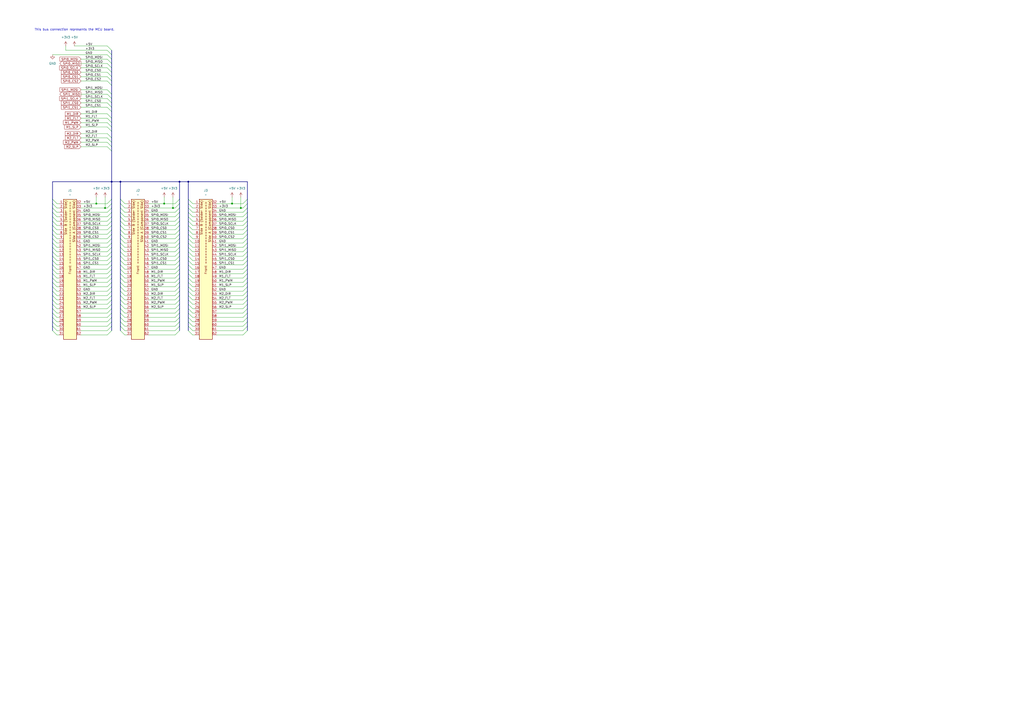
<source format=kicad_sch>
(kicad_sch (version 20250114) (generator "eeschema") (generator_version "9.0")
  (paper "A2")
  (title_block (title "Electrical Box Backplane") (date "2025-07-09") (rev "0") (company "Utah Student Robotics") (comment 1 "Vincent Banh"))
  (lib_symbols
    (symbol "USR:62_PIN_EDGE_ISA"
      (property "Reference" "J" (at 0 0.254 0))
      (symbol "62_PIN_EDGE_ISA_0_1"
        (rectangle (start -3.81 -3.81) (end 3.81 -85.09) (stroke (width 0.254)) (fill (type background)))
      )
      (symbol "62_PIN_EDGE_ISA_1_1"
        (text "Side B (Solder Side)" (at -2.54 -4.318 900) (effects (font (size 1.27 1.27)) (justify right)))
        (text "Front ======================>" (at 0 -5.08 900) (effects (font (size 1.27 1.27)) (justify right)))
        (text "Side A (Component Side)" (at 2.286 -4.318 900) (effects (font (size 1.27 1.27)) (justify right)))
        (pin passive line (at -6.35 -6.35 0) (length 2.54) (name "") (number "1"))
        (pin passive line (at -6.35 -8.89 0) (length 2.54) (name "") (number "2"))
        (pin passive line (at -6.35 -11.43 0) (length 2.54) (name "") (number "3"))
        (pin passive line (at -6.35 -13.97 0) (length 2.54) (name "") (number "4"))
        (pin passive line (at -6.35 -16.51 0) (length 2.54) (name "") (number "5"))
        (pin passive line (at -6.35 -19.05 0) (length 2.54) (name "") (number "6"))
        (pin passive line (at -6.35 -21.59 0) (length 2.54) (name "") (number "7"))
        (pin passive line (at -6.35 -24.13 0) (length 2.54) (name "") (number "8"))
        (pin passive line (at -6.35 -26.67 0) (length 2.54) (name "") (number "9"))
        (pin passive line (at -6.35 -29.21 0) (length 2.54) (name "") (number "10"))
        (pin passive line (at -6.35 -31.75 0) (length 2.54) (name "") (number "11"))
        (pin passive line (at -6.35 -34.29 0) (length 2.54) (name "") (number "12"))
        (pin passive line (at -6.35 -36.83 0) (length 2.54) (name "") (number "13"))
        (pin passive line (at -6.35 -39.37 0) (length 2.54) (name "") (number "14"))
        (pin passive line (at -6.35 -41.91 0) (length 2.54) (name "") (number "15"))
        (pin passive line (at -6.35 -44.45 0) (length 2.54) (name "") (number "16"))
        (pin passive line (at -6.35 -46.99 0) (length 2.54) (name "") (number "17"))
        (pin passive line (at -6.35 -49.53 0) (length 2.54) (name "") (number "18"))
        (pin passive line (at -6.35 -52.07 0) (length 2.54) (name "") (number "19"))
        (pin passive line (at -6.35 -54.61 0) (length 2.54) (name "") (number "20"))
        (pin passive line (at -6.35 -57.15 0) (length 2.54) (name "") (number "21"))
        (pin passive line (at -6.35 -59.69 0) (length 2.54) (name "") (number "22"))
        (pin passive line (at -6.35 -62.23 0) (length 2.54) (name "") (number "23"))
        (pin passive line (at -6.35 -64.77 0) (length 2.54) (name "") (number "24"))
        (pin passive line (at -6.35 -67.31 0) (length 2.54) (name "") (number "25"))
        (pin passive line (at -6.35 -69.85 0) (length 2.54) (name "") (number "26"))
        (pin passive line (at -6.35 -72.39 0) (length 2.54) (name "") (number "27"))
        (pin passive line (at -6.35 -74.93 0) (length 2.54) (name "") (number "28"))
        (pin passive line (at -6.35 -77.47 0) (length 2.54) (name "") (number "29"))
        (pin passive line (at -6.35 -80.01 0) (length 2.54) (name "") (number "30"))
        (pin passive line (at -6.35 -82.55 0) (length 2.54) (name "") (number "31"))
        (pin passive line (at 6.35 -6.35 180) (length 2.54) (name "") (number "32"))
        (pin passive line (at 6.35 -8.89 180) (length 2.54) (name "") (number "33"))
        (pin passive line (at 6.35 -11.43 180) (length 2.54) (name "") (number "34"))
        (pin passive line (at 6.35 -13.97 180) (length 2.54) (name "") (number "35"))
        (pin passive line (at 6.35 -16.51 180) (length 2.54) (name "") (number "36"))
        (pin passive line (at 6.35 -19.05 180) (length 2.54) (name "") (number "37"))
        (pin passive line (at 6.35 -21.59 180) (length 2.54) (name "") (number "38"))
        (pin passive line (at 6.35 -24.13 180) (length 2.54) (name "") (number "39"))
        (pin passive line (at 6.35 -26.67 180) (length 2.54) (name "") (number "40"))
        (pin passive line (at 6.35 -29.21 180) (length 2.54) (name "") (number "41"))
        (pin passive line (at 6.35 -31.75 180) (length 2.54) (name "") (number "42"))
        (pin passive line (at 6.35 -34.29 180) (length 2.54) (name "") (number "43"))
        (pin passive line (at 6.35 -36.83 180) (length 2.54) (name "") (number "44"))
        (pin passive line (at 6.35 -39.37 180) (length 2.54) (name "") (number "45"))
        (pin passive line (at 6.35 -41.91 180) (length 2.54) (name "") (number "46"))
        (pin passive line (at 6.35 -44.45 180) (length 2.54) (name "") (number "47"))
        (pin passive line (at 6.35 -46.99 180) (length 2.54) (name "") (number "48"))
        (pin passive line (at 6.35 -49.53 180) (length 2.54) (name "") (number "49"))
        (pin passive line (at 6.35 -52.07 180) (length 2.54) (name "") (number "50"))
        (pin passive line (at 6.35 -54.61 180) (length 2.54) (name "") (number "51"))
        (pin passive line (at 6.35 -57.15 180) (length 2.54) (name "") (number "52"))
        (pin passive line (at 6.35 -59.69 180) (length 2.54) (name "") (number "53"))
        (pin passive line (at 6.35 -62.23 180) (length 2.54) (name "") (number "54"))
        (pin passive line (at 6.35 -64.77 180) (length 2.54) (name "") (number "55"))
        (pin passive line (at 6.35 -67.31 180) (length 2.54) (name "") (number "56"))
        (pin passive line (at 6.35 -69.85 180) (length 2.54) (name "") (number "57"))
        (pin passive line (at 6.35 -72.39 180) (length 2.54) (name "") (number "58"))
        (pin passive line (at 6.35 -74.93 180) (length 2.54) (name "") (number "59"))
        (pin passive line (at 6.35 -77.47 180) (length 2.54) (name "") (number "60"))
        (pin passive line (at 6.35 -80.01 180) (length 2.54) (name "") (number "61"))
        (pin passive line (at 6.35 -82.55 180) (length 2.54) (name "") (number "62"))
      )
    )
    (symbol "power:+3V3" (power) (pin_numbers (hide yes)) (pin_names (offset 0) (hide yes))
      (property "Value" "+3V3" (at 0 3.556 0))
      (symbol "+3V3_0_1"
        (polyline (pts (xy -0.762 1.27) (xy 0 2.54)))
        (polyline (pts (xy 0 2.54) (xy 0.762 1.27)))
        (polyline (pts (xy 0 0) (xy 0 2.54)))
      )
      (symbol "+3V3_1_1"
        (pin power_in line (at 0 0 90) (length 0) (name "~") (number "1"))
      )
    )
    (symbol "power:+5V" (power) (pin_numbers (hide yes)) (pin_names (offset 0) (hide yes))
      (property "Value" "+5V" (at 0 3.556 0))
      (symbol "+5V_0_1"
        (polyline (pts (xy -0.762 1.27) (xy 0 2.54)))
        (polyline (pts (xy 0 2.54) (xy 0.762 1.27)))
        (polyline (pts (xy 0 0) (xy 0 2.54)))
      )
      (symbol "+5V_1_1"
        (pin power_in line (at 0 0 90) (length 0) (name "~") (number "1"))
      )
    )
    (symbol "power:GND" (power) (pin_numbers (hide yes)) (pin_names (offset 0) (hide yes))
      (property "Value" "GND" (at 0 -3.81 0))
      (symbol "GND_0_1"
        (polyline (pts (xy 0 0) (xy 0 -1.27) (xy 1.27 -1.27) (xy 0 -2.54) (xy -1.27 -1.27) (xy 0 -1.27)))
      )
      (symbol "GND_1_1"
        (pin power_in line (at 0 0 270) (length 0) (name "~") (number "1"))
      )
    )
  )
  (text "This bus connection represents the MCU board." (at 43.18 17.272 0) (effects (font (size 1.27 1.27))))
  (junction (at 100.33 120.65))
  (junction (at 109.22 105.41))
  (junction (at 60.96 120.65))
  (junction (at 64.77 105.41))
  (junction (at 104.14 105.41))
  (junction (at 55.88 118.11))
  (junction (at 69.85 105.41))
  (junction (at 134.62 118.11))
  (junction (at 95.25 118.11))
  (junction (at 139.7 120.65))
  (bus_entry (at 69.85 128.27) (size 2.54 2.54))
  (bus_entry (at 143.51 120.65) (size -2.54 2.54))
  (bus_entry (at 69.85 120.65) (size 2.54 2.54))
  (bus_entry (at 64.77 184.15) (size -2.54 2.54))
  (bus_entry (at 104.14 140.97) (size -2.54 2.54))
  (bus_entry (at 64.77 146.05) (size -2.54 2.54))
  (bus_entry (at 30.48 118.11) (size 2.54 2.54))
  (bus_entry (at 69.85 156.21) (size 2.54 2.54))
  (bus_entry (at 62.23 31.75) (size 2.54 2.54))
  (bus_entry (at 69.85 138.43) (size 2.54 2.54))
  (bus_entry (at 64.77 153.67) (size -2.54 2.54))
  (bus_entry (at 30.48 166.37) (size 2.54 2.54))
  (bus_entry (at 109.22 123.19) (size 2.54 2.54))
  (bus_entry (at 62.23 34.29) (size 2.54 2.54))
  (bus_entry (at 62.23 41.91) (size 2.54 2.54))
  (bus_entry (at 69.85 153.67) (size 2.54 2.54))
  (bus_entry (at 64.77 143.51) (size -2.54 2.54))
  (bus_entry (at 109.22 148.59) (size 2.54 2.54))
  (bus_entry (at 109.22 181.61) (size 2.54 2.54))
  (bus_entry (at 104.14 191.77) (size -2.54 2.54))
  (bus_entry (at 104.14 173.99) (size -2.54 2.54))
  (bus_entry (at 62.23 44.45) (size 2.54 2.54))
  (bus_entry (at 30.48 163.83) (size 2.54 2.54))
  (bus_entry (at 30.48 130.81) (size 2.54 2.54))
  (bus_entry (at 69.85 181.61) (size 2.54 2.54))
  (bus_entry (at 109.22 163.83) (size 2.54 2.54))
  (bus_entry (at 64.77 130.81) (size -2.54 2.54))
  (bus_entry (at 104.14 123.19) (size -2.54 2.54))
  (bus_entry (at 104.14 179.07) (size -2.54 2.54))
  (bus_entry (at 109.22 140.97) (size 2.54 2.54))
  (bus_entry (at 69.85 161.29) (size 2.54 2.54))
  (bus_entry (at 109.22 168.91) (size 2.54 2.54))
  (bus_entry (at 104.14 163.83) (size -2.54 2.54))
  (bus_entry (at 109.22 146.05) (size 2.54 2.54))
  (bus_entry (at 62.23 68.58) (size 2.54 2.54))
  (bus_entry (at 30.48 168.91) (size 2.54 2.54))
  (bus_entry (at 30.48 158.75) (size 2.54 2.54))
  (bus_entry (at 143.51 143.51) (size -2.54 2.54))
  (bus_entry (at 69.85 115.57) (size 2.54 2.54))
  (bus_entry (at 109.22 118.11) (size 2.54 2.54))
  (bus_entry (at 64.77 163.83) (size -2.54 2.54))
  (bus_entry (at 30.48 148.59) (size 2.54 2.54))
  (bus_entry (at 64.77 148.59) (size -2.54 2.54))
  (bus_entry (at 30.48 138.43) (size 2.54 2.54))
  (bus_entry (at 69.85 130.81) (size 2.54 2.54))
  (bus_entry (at 30.48 173.99) (size 2.54 2.54))
  (bus_entry (at 109.22 189.23) (size 2.54 2.54))
  (bus_entry (at 143.51 161.29) (size -2.54 2.54))
  (bus_entry (at 143.51 179.07) (size -2.54 2.54))
  (bus_entry (at 104.14 151.13) (size -2.54 2.54))
  (bus_entry (at 30.48 189.23) (size 2.54 2.54))
  (bus_entry (at 30.48 184.15) (size 2.54 2.54))
  (bus_entry (at 104.14 181.61) (size -2.54 2.54))
  (bus_entry (at 104.14 161.29) (size -2.54 2.54))
  (bus_entry (at 69.85 143.51) (size 2.54 2.54))
  (bus_entry (at 62.23 77.47) (size 2.54 2.54))
  (bus_entry (at 109.22 184.15) (size 2.54 2.54))
  (bus_entry (at 62.23 82.55) (size 2.54 2.54))
  (bus_entry (at 64.77 125.73) (size -2.54 2.54))
  (bus_entry (at 109.22 176.53) (size 2.54 2.54))
  (bus_entry (at 104.14 166.37) (size -2.54 2.54))
  (bus_entry (at 64.77 166.37) (size -2.54 2.54))
  (bus_entry (at 64.77 128.27) (size -2.54 2.54))
  (bus_entry (at 64.77 133.35) (size -2.54 2.54))
  (bus_entry (at 64.77 118.11) (size -2.54 2.54))
  (bus_entry (at 143.51 171.45) (size -2.54 2.54))
  (bus_entry (at 30.48 161.29) (size 2.54 2.54))
  (bus_entry (at 62.23 71.12) (size 2.54 2.54))
  (bus_entry (at 143.51 128.27) (size -2.54 2.54))
  (bus_entry (at 69.85 148.59) (size 2.54 2.54))
  (bus_entry (at 109.22 186.69) (size 2.54 2.54))
  (bus_entry (at 143.51 181.61) (size -2.54 2.54))
  (bus_entry (at 69.85 163.83) (size 2.54 2.54))
  (bus_entry (at 30.48 181.61) (size 2.54 2.54))
  (bus_entry (at 109.22 191.77) (size 2.54 2.54))
  (bus_entry (at 64.77 191.77) (size -2.54 2.54))
  (bus_entry (at 104.14 146.05) (size -2.54 2.54))
  (bus_entry (at 62.23 59.69) (size 2.54 2.54))
  (bus_entry (at 109.22 130.81) (size 2.54 2.54))
  (bus_entry (at 62.23 26.67) (size 2.54 2.54))
  (bus_entry (at 62.23 52.07) (size 2.54 2.54))
  (bus_entry (at 69.85 146.05) (size 2.54 2.54))
  (bus_entry (at 30.48 123.19) (size 2.54 2.54))
  (bus_entry (at 30.48 176.53) (size 2.54 2.54))
  (bus_entry (at 62.23 54.61) (size 2.54 2.54))
  (bus_entry (at 30.48 191.77) (size 2.54 2.54))
  (bus_entry (at 104.14 143.51) (size -2.54 2.54))
  (bus_entry (at 62.23 80.01) (size 2.54 2.54))
  (bus_entry (at 104.14 156.21) (size -2.54 2.54))
  (bus_entry (at 62.23 62.23) (size 2.54 2.54))
  (bus_entry (at 143.51 151.13) (size -2.54 2.54))
  (bus_entry (at 109.22 173.99) (size 2.54 2.54))
  (bus_entry (at 64.77 120.65) (size -2.54 2.54))
  (bus_entry (at 143.51 135.89) (size -2.54 2.54))
  (bus_entry (at 109.22 138.43) (size 2.54 2.54))
  (bus_entry (at 109.22 166.37) (size 2.54 2.54))
  (bus_entry (at 143.51 184.15) (size -2.54 2.54))
  (bus_entry (at 62.23 46.99) (size 2.54 2.54))
  (bus_entry (at 143.51 168.91) (size -2.54 2.54))
  (bus_entry (at 64.77 186.69) (size -2.54 2.54))
  (bus_entry (at 69.85 173.99) (size 2.54 2.54))
  (bus_entry (at 69.85 186.69) (size 2.54 2.54))
  (bus_entry (at 69.85 123.19) (size 2.54 2.54))
  (bus_entry (at 64.77 179.07) (size -2.54 2.54))
  (bus_entry (at 69.85 118.11) (size 2.54 2.54))
  (bus_entry (at 69.85 133.35) (size 2.54 2.54))
  (bus_entry (at 64.77 140.97) (size -2.54 2.54))
  (bus_entry (at 62.23 85.09) (size 2.54 2.54))
  (bus_entry (at 69.85 135.89) (size 2.54 2.54))
  (bus_entry (at 30.48 128.27) (size 2.54 2.54))
  (bus_entry (at 104.14 184.15) (size -2.54 2.54))
  (bus_entry (at 109.22 151.13) (size 2.54 2.54))
  (bus_entry (at 143.51 138.43) (size -2.54 2.54))
  (bus_entry (at 143.51 186.69) (size -2.54 2.54))
  (bus_entry (at 64.77 135.89) (size -2.54 2.54))
  (bus_entry (at 30.48 153.67) (size 2.54 2.54))
  (bus_entry (at 143.51 173.99) (size -2.54 2.54))
  (bus_entry (at 64.77 168.91) (size -2.54 2.54))
  (bus_entry (at 143.51 153.67) (size -2.54 2.54))
  (bus_entry (at 143.51 176.53) (size -2.54 2.54))
  (bus_entry (at 104.14 153.67) (size -2.54 2.54))
  (bus_entry (at 104.14 125.73) (size -2.54 2.54))
  (bus_entry (at 62.23 57.15) (size 2.54 2.54))
  (bus_entry (at 104.14 130.81) (size -2.54 2.54))
  (bus_entry (at 30.48 115.57) (size 2.54 2.54))
  (bus_entry (at 143.51 118.11) (size -2.54 2.54))
  (bus_entry (at 104.14 128.27) (size -2.54 2.54))
  (bus_entry (at 30.48 171.45) (size 2.54 2.54))
  (bus_entry (at 143.51 130.81) (size -2.54 2.54))
  (bus_entry (at 109.22 115.57) (size 2.54 2.54))
  (bus_entry (at 64.77 158.75) (size -2.54 2.54))
  (bus_entry (at 104.14 120.65) (size -2.54 2.54))
  (bus_entry (at 143.51 140.97) (size -2.54 2.54))
  (bus_entry (at 143.51 189.23) (size -2.54 2.54))
  (bus_entry (at 143.51 163.83) (size -2.54 2.54))
  (bus_entry (at 69.85 158.75) (size 2.54 2.54))
  (bus_entry (at 69.85 125.73) (size 2.54 2.54))
  (bus_entry (at 104.14 189.23) (size -2.54 2.54))
  (bus_entry (at 69.85 151.13) (size 2.54 2.54))
  (bus_entry (at 64.77 156.21) (size -2.54 2.54))
  (bus_entry (at 109.22 171.45) (size 2.54 2.54))
  (bus_entry (at 64.77 171.45) (size -2.54 2.54))
  (bus_entry (at 69.85 179.07) (size 2.54 2.54))
  (bus_entry (at 109.22 156.21) (size 2.54 2.54))
  (bus_entry (at 64.77 189.23) (size -2.54 2.54))
  (bus_entry (at 109.22 128.27) (size 2.54 2.54))
  (bus_entry (at 69.85 166.37) (size 2.54 2.54))
  (bus_entry (at 30.48 156.21) (size 2.54 2.54))
  (bus_entry (at 143.51 123.19) (size -2.54 2.54))
  (bus_entry (at 143.51 166.37) (size -2.54 2.54))
  (bus_entry (at 62.23 29.21) (size 2.54 2.54))
  (bus_entry (at 30.48 151.13) (size 2.54 2.54))
  (bus_entry (at 30.48 179.07) (size 2.54 2.54))
  (bus_entry (at 62.23 66.04) (size 2.54 2.54))
  (bus_entry (at 62.23 36.83) (size 2.54 2.54))
  (bus_entry (at 64.77 123.19) (size -2.54 2.54))
  (bus_entry (at 109.22 143.51) (size 2.54 2.54))
  (bus_entry (at 104.14 118.11) (size -2.54 2.54))
  (bus_entry (at 143.51 156.21) (size -2.54 2.54))
  (bus_entry (at 109.22 135.89) (size 2.54 2.54))
  (bus_entry (at 69.85 140.97) (size 2.54 2.54))
  (bus_entry (at 143.51 125.73) (size -2.54 2.54))
  (bus_entry (at 69.85 191.77) (size 2.54 2.54))
  (bus_entry (at 64.77 151.13) (size -2.54 2.54))
  (bus_entry (at 64.77 181.61) (size -2.54 2.54))
  (bus_entry (at 30.48 143.51) (size 2.54 2.54))
  (bus_entry (at 64.77 161.29) (size -2.54 2.54))
  (bus_entry (at 109.22 133.35) (size 2.54 2.54))
  (bus_entry (at 64.77 173.99) (size -2.54 2.54))
  (bus_entry (at 69.85 168.91) (size 2.54 2.54))
  (bus_entry (at 104.14 135.89) (size -2.54 2.54))
  (bus_entry (at 30.48 146.05) (size 2.54 2.54))
  (bus_entry (at 109.22 161.29) (size 2.54 2.54))
  (bus_entry (at 104.14 158.75) (size -2.54 2.54))
  (bus_entry (at 143.51 148.59) (size -2.54 2.54))
  (bus_entry (at 30.48 120.65) (size 2.54 2.54))
  (bus_entry (at 109.22 179.07) (size 2.54 2.54))
  (bus_entry (at 104.14 186.69) (size -2.54 2.54))
  (bus_entry (at 109.22 120.65) (size 2.54 2.54))
  (bus_entry (at 69.85 176.53) (size 2.54 2.54))
  (bus_entry (at 104.14 148.59) (size -2.54 2.54))
  (bus_entry (at 30.48 140.97) (size 2.54 2.54))
  (bus_entry (at 104.14 176.53) (size -2.54 2.54))
  (bus_entry (at 64.77 115.57) (size -2.54 2.54))
  (bus_entry (at 30.48 186.69) (size 2.54 2.54))
  (bus_entry (at 143.51 146.05) (size -2.54 2.54))
  (bus_entry (at 69.85 171.45) (size 2.54 2.54))
  (bus_entry (at 62.23 73.66) (size 2.54 2.54))
  (bus_entry (at 69.85 189.23) (size 2.54 2.54))
  (bus_entry (at 104.14 171.45) (size -2.54 2.54))
  (bus_entry (at 30.48 135.89) (size 2.54 2.54))
  (bus_entry (at 64.77 138.43) (size -2.54 2.54))
  (bus_entry (at 143.51 191.77) (size -2.54 2.54))
  (bus_entry (at 64.77 176.53) (size -2.54 2.54))
  (bus_entry (at 109.22 158.75) (size 2.54 2.54))
  (bus_entry (at 104.14 168.91) (size -2.54 2.54))
  (bus_entry (at 109.22 153.67) (size 2.54 2.54))
  (bus_entry (at 104.14 138.43) (size -2.54 2.54))
  (bus_entry (at 143.51 158.75) (size -2.54 2.54))
  (bus_entry (at 143.51 115.57) (size -2.54 2.54))
  (bus_entry (at 143.51 133.35) (size -2.54 2.54))
  (bus_entry (at 30.48 133.35) (size 2.54 2.54))
  (bus_entry (at 104.14 115.57) (size -2.54 2.54))
  (bus_entry (at 62.23 39.37) (size 2.54 2.54))
  (bus_entry (at 109.22 125.73) (size 2.54 2.54))
  (bus_entry (at 69.85 184.15) (size 2.54 2.54))
  (bus_entry (at 104.14 133.35) (size -2.54 2.54))
  (bus_entry (at 30.48 125.73) (size 2.54 2.54))
  (wire (pts (xy 101.6 153.67) (xy 86.36 153.67)))
  (bus (pts (xy 30.48 148.59) (xy 30.48 146.05)))
  (bus (pts (xy 64.77 148.59) (xy 64.77 151.13)))
  (wire (pts (xy 111.76 128.27) (xy 113.03 128.27)))
  (wire (pts (xy 46.99 44.45) (xy 62.23 44.45)))
  (wire (pts (xy 140.97 151.13) (xy 125.73 151.13)))
  (wire (pts (xy 140.97 184.15) (xy 125.73 184.15)))
  (bus (pts (xy 143.51 184.15) (xy 143.51 186.69)))
  (bus (pts (xy 64.77 59.69) (xy 64.77 62.23)))
  (wire (pts (xy 140.97 186.69) (xy 125.73 186.69)))
  (bus (pts (xy 109.22 135.89) (xy 109.22 133.35)))
  (bus (pts (xy 143.51 105.41) (xy 143.51 115.57)))
  (bus (pts (xy 104.14 105.41) (xy 104.14 115.57)))
  (bus (pts (xy 30.48 189.23) (xy 30.48 186.69)))
  (bus (pts (xy 109.22 148.59) (xy 109.22 146.05)))
  (bus (pts (xy 69.85 158.75) (xy 69.85 156.21)))
  (wire (pts (xy 111.76 151.13) (xy 113.03 151.13)))
  (wire (pts (xy 111.76 140.97) (xy 113.03 140.97)))
  (wire (pts (xy 140.97 125.73) (xy 125.73 125.73)))
  (wire (pts (xy 101.6 176.53) (xy 86.36 176.53)))
  (bus (pts (xy 64.77 135.89) (xy 64.77 138.43)))
  (bus (pts (xy 143.51 173.99) (xy 143.51 176.53)))
  (bus (pts (xy 143.51 128.27) (xy 143.51 130.81)))
  (bus (pts (xy 64.77 173.99) (xy 64.77 176.53)))
  (bus (pts (xy 69.85 179.07) (xy 69.85 176.53)))
  (wire (pts (xy 46.99 82.55) (xy 62.23 82.55)))
  (wire (pts (xy 111.76 138.43) (xy 113.03 138.43)))
  (bus (pts (xy 64.77 31.75) (xy 64.77 34.29)))
  (wire (pts (xy 62.23 166.37) (xy 46.99 166.37)))
  (bus (pts (xy 64.77 176.53) (xy 64.77 179.07)))
  (wire (pts (xy 62.23 146.05) (xy 46.99 146.05)))
  (wire (pts (xy 33.02 186.69) (xy 34.29 186.69)))
  (bus (pts (xy 30.48 125.73) (xy 30.48 123.19)))
  (wire (pts (xy 101.6 128.27) (xy 86.36 128.27)))
  (wire (pts (xy 62.23 130.81) (xy 46.99 130.81)))
  (wire (pts (xy 46.99 80.01) (xy 62.23 80.01)))
  (bus (pts (xy 30.48 140.97) (xy 30.48 138.43)))
  (wire (pts (xy 62.23 168.91) (xy 46.99 168.91)))
  (bus (pts (xy 143.51 138.43) (xy 143.51 140.97)))
  (wire (pts (xy 95.25 118.11) (xy 101.6 118.11)))
  (bus (pts (xy 109.22 120.65) (xy 109.22 118.11)))
  (wire (pts (xy 62.23 161.29) (xy 46.99 161.29)))
  (bus (pts (xy 69.85 118.11) (xy 69.85 115.57)))
  (bus (pts (xy 104.14 118.11) (xy 104.14 120.65)))
  (wire (pts (xy 62.23 158.75) (xy 46.99 158.75)))
  (wire (pts (xy 62.23 163.83) (xy 46.99 163.83)))
  (bus (pts (xy 69.85 176.53) (xy 69.85 173.99)))
  (wire (pts (xy 62.23 171.45) (xy 46.99 171.45)))
  (wire (pts (xy 46.99 54.61) (xy 62.23 54.61)))
  (wire (pts (xy 46.99 77.47) (xy 62.23 77.47)))
  (bus (pts (xy 104.14 105.41) (xy 109.22 105.41)))
  (bus (pts (xy 109.22 156.21) (xy 109.22 153.67)))
  (wire (pts (xy 111.76 153.67) (xy 113.03 153.67)))
  (wire (pts (xy 38.1 29.21) (xy 62.23 29.21)))
  (wire (pts (xy 140.97 153.67) (xy 125.73 153.67)))
  (wire (pts (xy 72.39 140.97) (xy 73.66 140.97)))
  (bus (pts (xy 143.51 143.51) (xy 143.51 146.05)))
  (bus (pts (xy 64.77 166.37) (xy 64.77 168.91)))
  (wire (pts (xy 101.6 140.97) (xy 86.36 140.97)))
  (bus (pts (xy 30.48 120.65) (xy 30.48 118.11)))
  (wire (pts (xy 72.39 138.43) (xy 73.66 138.43)))
  (bus (pts (xy 143.51 135.89) (xy 143.51 138.43)))
  (wire (pts (xy 46.99 41.91) (xy 62.23 41.91)))
  (wire (pts (xy 140.97 194.31) (xy 125.73 194.31)))
  (bus (pts (xy 143.51 123.19) (xy 143.51 125.73)))
  (wire (pts (xy 46.99 34.29) (xy 62.23 34.29)))
  (bus (pts (xy 64.77 105.41) (xy 64.77 115.57)))
  (bus (pts (xy 69.85 156.21) (xy 69.85 153.67)))
  (bus (pts (xy 143.51 151.13) (xy 143.51 153.67)))
  (bus (pts (xy 64.77 153.67) (xy 64.77 156.21)))
  (bus (pts (xy 69.85 133.35) (xy 69.85 130.81)))
  (wire (pts (xy 140.97 179.07) (xy 125.73 179.07)))
  (bus (pts (xy 69.85 123.19) (xy 69.85 120.65)))
  (bus (pts (xy 109.22 168.91) (xy 109.22 166.37)))
  (wire (pts (xy 33.02 135.89) (xy 34.29 135.89)))
  (wire (pts (xy 111.76 176.53) (xy 113.03 176.53)))
  (wire (pts (xy 62.23 128.27) (xy 46.99 128.27)))
  (wire (pts (xy 62.23 140.97) (xy 46.99 140.97)))
  (wire (pts (xy 100.33 120.65) (xy 86.36 120.65)))
  (wire (pts (xy 33.02 166.37) (xy 34.29 166.37)))
  (wire (pts (xy 33.02 184.15) (xy 34.29 184.15)))
  (bus (pts (xy 30.48 133.35) (xy 30.48 130.81)))
  (bus (pts (xy 30.48 128.27) (xy 30.48 125.73)))
  (wire (pts (xy 46.99 85.09) (xy 62.23 85.09)))
  (bus (pts (xy 104.14 179.07) (xy 104.14 181.61)))
  (wire (pts (xy 72.39 153.67) (xy 73.66 153.67)))
  (wire (pts (xy 140.97 171.45) (xy 125.73 171.45)))
  (bus (pts (xy 104.14 186.69) (xy 104.14 189.23)))
  (bus (pts (xy 64.77 64.77) (xy 64.77 68.58)))
  (wire (pts (xy 140.97 158.75) (xy 125.73 158.75)))
  (bus (pts (xy 64.77 184.15) (xy 64.77 186.69)))
  (bus (pts (xy 64.77 54.61) (xy 64.77 57.15)))
  (wire (pts (xy 72.39 171.45) (xy 73.66 171.45)))
  (wire (pts (xy 139.7 114.3) (xy 139.7 120.65)))
  (wire (pts (xy 62.23 194.31) (xy 46.99 194.31)))
  (wire (pts (xy 140.97 176.53) (xy 125.73 176.53)))
  (wire (pts (xy 72.39 128.27) (xy 73.66 128.27)))
  (wire (pts (xy 46.99 36.83) (xy 62.23 36.83)))
  (wire (pts (xy 72.39 173.99) (xy 73.66 173.99)))
  (wire (pts (xy 111.76 184.15) (xy 113.03 184.15)))
  (wire (pts (xy 101.6 191.77) (xy 86.36 191.77)))
  (wire (pts (xy 140.97 120.65) (xy 139.7 120.65)))
  (wire (pts (xy 46.99 59.69) (xy 62.23 59.69)))
  (wire (pts (xy 62.23 125.73) (xy 46.99 125.73)))
  (bus (pts (xy 104.14 133.35) (xy 104.14 135.89)))
  (bus (pts (xy 64.77 80.01) (xy 64.77 82.55)))
  (bus (pts (xy 104.14 140.97) (xy 104.14 143.51)))
  (bus (pts (xy 30.48 166.37) (xy 30.48 163.83)))
  (wire (pts (xy 101.6 158.75) (xy 86.36 158.75)))
  (bus (pts (xy 64.77 44.45) (xy 64.77 46.99)))
  (bus (pts (xy 64.77 85.09) (xy 64.77 87.63)))
  (bus (pts (xy 109.22 138.43) (xy 109.22 135.89)))
  (bus (pts (xy 109.22 191.77) (xy 109.22 189.23)))
  (bus (pts (xy 109.22 163.83) (xy 109.22 161.29)))
  (bus (pts (xy 69.85 163.83) (xy 69.85 161.29)))
  (wire (pts (xy 72.39 158.75) (xy 73.66 158.75)))
  (bus (pts (xy 104.14 151.13) (xy 104.14 153.67)))
  (wire (pts (xy 62.23 184.15) (xy 46.99 184.15)))
  (wire (pts (xy 62.23 191.77) (xy 46.99 191.77)))
  (bus (pts (xy 109.22 118.11) (xy 109.22 115.57)))
  (wire (pts (xy 140.97 173.99) (xy 125.73 173.99)))
  (wire (pts (xy 111.76 161.29) (xy 113.03 161.29)))
  (bus (pts (xy 109.22 133.35) (xy 109.22 130.81)))
  (wire (pts (xy 72.39 179.07) (xy 73.66 179.07)))
  (wire (pts (xy 62.23 133.35) (xy 46.99 133.35)))
  (bus (pts (xy 30.48 105.41) (xy 64.77 105.41)))
  (wire (pts (xy 72.39 176.53) (xy 73.66 176.53)))
  (bus (pts (xy 104.14 161.29) (xy 104.14 163.83)))
  (bus (pts (xy 64.77 168.91) (xy 64.77 171.45)))
  (bus (pts (xy 64.77 39.37) (xy 64.77 41.91)))
  (bus (pts (xy 109.22 176.53) (xy 109.22 173.99)))
  (bus (pts (xy 104.14 171.45) (xy 104.14 173.99)))
  (wire (pts (xy 111.76 123.19) (xy 113.03 123.19)))
  (wire (pts (xy 111.76 146.05) (xy 113.03 146.05)))
  (wire (pts (xy 140.97 146.05) (xy 125.73 146.05)))
  (wire (pts (xy 46.99 66.04) (xy 62.23 66.04)))
  (wire (pts (xy 72.39 191.77) (xy 73.66 191.77)))
  (wire (pts (xy 33.02 179.07) (xy 34.29 179.07)))
  (wire (pts (xy 62.23 143.51) (xy 46.99 143.51)))
  (bus (pts (xy 104.14 158.75) (xy 104.14 161.29)))
  (wire (pts (xy 46.99 181.61) (xy 62.23 181.61)))
  (wire (pts (xy 111.76 191.77) (xy 113.03 191.77)))
  (bus (pts (xy 109.22 151.13) (xy 109.22 148.59)))
  (wire (pts (xy 33.02 128.27) (xy 34.29 128.27)))
  (bus (pts (xy 104.14 146.05) (xy 104.14 148.59)))
  (wire (pts (xy 111.76 181.61) (xy 113.03 181.61)))
  (bus (pts (xy 69.85 173.99) (xy 69.85 171.45)))
  (bus (pts (xy 143.51 146.05) (xy 143.51 148.59)))
  (bus (pts (xy 104.14 115.57) (xy 104.14 118.11)))
  (wire (pts (xy 101.6 186.69) (xy 86.36 186.69)))
  (wire (pts (xy 60.96 114.3) (xy 60.96 120.65)))
  (bus (pts (xy 69.85 186.69) (xy 69.85 184.15)))
  (wire (pts (xy 46.99 52.07) (xy 62.23 52.07)))
  (bus (pts (xy 30.48 173.99) (xy 30.48 171.45)))
  (bus (pts (xy 143.51 168.91) (xy 143.51 171.45)))
  (wire (pts (xy 101.6 194.31) (xy 86.36 194.31)))
  (wire (pts (xy 101.6 161.29) (xy 86.36 161.29)))
  (bus (pts (xy 143.51 158.75) (xy 143.51 161.29)))
  (wire (pts (xy 72.39 118.11) (xy 73.66 118.11)))
  (wire (pts (xy 101.6 120.65) (xy 100.33 120.65)))
  (wire (pts (xy 72.39 148.59) (xy 73.66 148.59)))
  (bus (pts (xy 143.51 186.69) (xy 143.51 189.23)))
  (bus (pts (xy 69.85 181.61) (xy 69.85 179.07)))
  (bus (pts (xy 104.14 153.67) (xy 104.14 156.21)))
  (bus (pts (xy 30.48 168.91) (xy 30.48 166.37)))
  (wire (pts (xy 33.02 189.23) (xy 34.29 189.23)))
  (bus (pts (xy 143.51 166.37) (xy 143.51 168.91)))
  (bus (pts (xy 64.77 130.81) (xy 64.77 133.35)))
  (wire (pts (xy 55.88 114.3) (xy 55.88 118.11)))
  (wire (pts (xy 134.62 118.11) (xy 140.97 118.11)))
  (wire (pts (xy 33.02 194.31) (xy 34.29 194.31)))
  (bus (pts (xy 64.77 125.73) (xy 64.77 128.27)))
  (wire (pts (xy 101.6 133.35) (xy 86.36 133.35)))
  (bus (pts (xy 64.77 76.2) (xy 64.77 80.01)))
  (bus (pts (xy 69.85 166.37) (xy 69.85 163.83)))
  (wire (pts (xy 101.6 123.19) (xy 86.36 123.19)))
  (bus (pts (xy 30.48 115.57) (xy 30.48 105.41)))
  (wire (pts (xy 100.33 114.3) (xy 100.33 120.65)))
  (wire (pts (xy 62.23 151.13) (xy 46.99 151.13)))
  (bus (pts (xy 64.77 143.51) (xy 64.77 146.05)))
  (bus (pts (xy 109.22 171.45) (xy 109.22 168.91)))
  (bus (pts (xy 64.77 118.11) (xy 64.77 120.65)))
  (bus (pts (xy 69.85 161.29) (xy 69.85 158.75)))
  (wire (pts (xy 101.6 151.13) (xy 86.36 151.13)))
  (bus (pts (xy 64.77 171.45) (xy 64.77 173.99)))
  (wire (pts (xy 140.97 156.21) (xy 125.73 156.21)))
  (bus (pts (xy 30.48 143.51) (xy 30.48 140.97)))
  (wire (pts (xy 62.23 138.43) (xy 46.99 138.43)))
  (bus (pts (xy 143.51 115.57) (xy 143.51 118.11)))
  (bus (pts (xy 143.51 148.59) (xy 143.51 151.13)))
  (bus (pts (xy 64.77 29.21) (xy 64.77 31.75)))
  (wire (pts (xy 111.76 135.89) (xy 113.03 135.89)))
  (wire (pts (xy 101.6 135.89) (xy 86.36 135.89)))
  (bus (pts (xy 30.48 156.21) (xy 30.48 153.67)))
  (wire (pts (xy 72.39 133.35) (xy 73.66 133.35)))
  (wire (pts (xy 62.23 148.59) (xy 46.99 148.59)))
  (bus (pts (xy 109.22 143.51) (xy 109.22 140.97)))
  (bus (pts (xy 143.51 120.65) (xy 143.51 123.19)))
  (wire (pts (xy 62.23 173.99) (xy 46.99 173.99)))
  (wire (pts (xy 140.97 123.19) (xy 125.73 123.19)))
  (bus (pts (xy 109.22 181.61) (xy 109.22 179.07)))
  (wire (pts (xy 33.02 161.29) (xy 34.29 161.29)))
  (wire (pts (xy 55.88 118.11) (xy 46.99 118.11)))
  (wire (pts (xy 139.7 120.65) (xy 125.73 120.65)))
  (bus (pts (xy 104.14 135.89) (xy 104.14 138.43)))
  (bus (pts (xy 64.77 46.99) (xy 64.77 49.53)))
  (wire (pts (xy 33.02 118.11) (xy 34.29 118.11)))
  (wire (pts (xy 101.6 146.05) (xy 86.36 146.05)))
  (wire (pts (xy 111.76 130.81) (xy 113.03 130.81)))
  (wire (pts (xy 111.76 156.21) (xy 113.03 156.21)))
  (bus (pts (xy 30.48 138.43) (xy 30.48 135.89)))
  (wire (pts (xy 62.23 135.89) (xy 46.99 135.89)))
  (wire (pts (xy 101.6 168.91) (xy 86.36 168.91)))
  (bus (pts (xy 64.77 73.66) (xy 64.77 76.2)))
  (wire (pts (xy 33.02 171.45) (xy 34.29 171.45)))
  (wire (pts (xy 72.39 120.65) (xy 73.66 120.65)))
  (bus (pts (xy 64.77 36.83) (xy 64.77 39.37)))
  (wire (pts (xy 72.39 123.19) (xy 73.66 123.19)))
  (wire (pts (xy 111.76 163.83) (xy 113.03 163.83)))
  (wire (pts (xy 33.02 163.83) (xy 34.29 163.83)))
  (bus (pts (xy 143.51 189.23) (xy 143.51 191.77)))
  (wire (pts (xy 33.02 138.43) (xy 34.29 138.43)))
  (bus (pts (xy 69.85 184.15) (xy 69.85 181.61)))
  (bus (pts (xy 104.14 184.15) (xy 104.14 186.69)))
  (wire (pts (xy 72.39 186.69) (xy 73.66 186.69)))
  (bus (pts (xy 30.48 176.53) (xy 30.48 173.99)))
  (bus (pts (xy 64.77 71.12) (xy 64.77 73.66)))
  (wire (pts (xy 72.39 125.73) (xy 73.66 125.73)))
  (wire (pts (xy 111.76 148.59) (xy 113.03 148.59)))
  (wire (pts (xy 46.99 39.37) (xy 62.23 39.37)))
  (wire (pts (xy 111.76 171.45) (xy 113.03 171.45)))
  (wire (pts (xy 140.97 133.35) (xy 125.73 133.35)))
  (wire (pts (xy 134.62 118.11) (xy 125.73 118.11)))
  (bus (pts (xy 30.48 161.29) (xy 30.48 158.75)))
  (wire (pts (xy 72.39 146.05) (xy 73.66 146.05)))
  (wire (pts (xy 72.39 143.51) (xy 73.66 143.51)))
  (wire (pts (xy 140.97 191.77) (xy 125.73 191.77)))
  (bus (pts (xy 30.48 130.81) (xy 30.48 128.27)))
  (wire (pts (xy 86.36 181.61) (xy 101.6 181.61)))
  (wire (pts (xy 62.23 120.65) (xy 60.96 120.65)))
  (bus (pts (xy 64.77 34.29) (xy 64.77 36.83)))
  (bus (pts (xy 143.51 133.35) (xy 143.51 135.89)))
  (wire (pts (xy 111.76 168.91) (xy 113.03 168.91)))
  (bus (pts (xy 104.14 156.21) (xy 104.14 158.75)))
  (wire (pts (xy 140.97 166.37) (xy 125.73 166.37)))
  (bus (pts (xy 64.77 115.57) (xy 64.77 118.11)))
  (bus (pts (xy 64.77 49.53) (xy 64.77 54.61)))
  (bus (pts (xy 69.85 168.91) (xy 69.85 166.37)))
  (bus (pts (xy 64.77 57.15) (xy 64.77 59.69)))
  (bus (pts (xy 109.22 158.75) (xy 109.22 156.21)))
  (wire (pts (xy 33.02 148.59) (xy 34.29 148.59)))
  (wire (pts (xy 140.97 189.23) (xy 125.73 189.23)))
  (bus (pts (xy 64.77 87.63) (xy 64.77 105.41)))
  (wire (pts (xy 72.39 194.31) (xy 73.66 194.31)))
  (bus (pts (xy 104.14 143.51) (xy 104.14 146.05)))
  (bus (pts (xy 69.85 191.77) (xy 69.85 189.23)))
  (bus (pts (xy 104.14 166.37) (xy 104.14 168.91)))
  (bus (pts (xy 64.77 123.19) (xy 64.77 125.73)))
  (bus (pts (xy 64.77 161.29) (xy 64.77 163.83)))
  (wire (pts (xy 62.23 186.69) (xy 46.99 186.69)))
  (bus (pts (xy 104.14 138.43) (xy 104.14 140.97)))
  (wire (pts (xy 33.02 125.73) (xy 34.29 125.73)))
  (wire (pts (xy 43.18 26.67) (xy 62.23 26.67)))
  (wire (pts (xy 101.6 189.23) (xy 86.36 189.23)))
  (wire (pts (xy 46.99 62.23) (xy 62.23 62.23)))
  (bus (pts (xy 109.22 128.27) (xy 109.22 125.73)))
  (wire (pts (xy 62.23 153.67) (xy 46.99 153.67)))
  (wire (pts (xy 72.39 168.91) (xy 73.66 168.91)))
  (bus (pts (xy 69.85 153.67) (xy 69.85 151.13)))
  (wire (pts (xy 60.96 120.65) (xy 46.99 120.65)))
  (wire (pts (xy 101.6 166.37) (xy 86.36 166.37)))
  (wire (pts (xy 101.6 130.81) (xy 86.36 130.81)))
  (bus (pts (xy 109.22 105.41) (xy 143.51 105.41)))
  (bus (pts (xy 69.85 125.73) (xy 69.85 123.19)))
  (bus (pts (xy 64.77 82.55) (xy 64.77 85.09)))
  (wire (pts (xy 33.02 151.13) (xy 34.29 151.13)))
  (wire (pts (xy 62.23 179.07) (xy 46.99 179.07)))
  (wire (pts (xy 33.02 168.91) (xy 34.29 168.91)))
  (bus (pts (xy 69.85 148.59) (xy 69.85 146.05)))
  (bus (pts (xy 143.51 171.45) (xy 143.51 173.99)))
  (bus (pts (xy 104.14 123.19) (xy 104.14 125.73)))
  (bus (pts (xy 64.77 133.35) (xy 64.77 135.89)))
  (bus (pts (xy 30.48 184.15) (xy 30.48 181.61)))
  (bus (pts (xy 143.51 140.97) (xy 143.51 143.51)))
  (wire (pts (xy 111.76 166.37) (xy 113.03 166.37)))
  (bus (pts (xy 64.77 138.43) (xy 64.77 140.97)))
  (bus (pts (xy 109.22 161.29) (xy 109.22 158.75)))
  (bus (pts (xy 69.85 105.41) (xy 104.14 105.41)))
  (wire (pts (xy 101.6 143.51) (xy 86.36 143.51)))
  (bus (pts (xy 109.22 146.05) (xy 109.22 143.51)))
  (bus (pts (xy 64.77 181.61) (xy 64.77 184.15)))
  (wire (pts (xy 72.39 166.37) (xy 73.66 166.37)))
  (wire (pts (xy 33.02 143.51) (xy 34.29 143.51)))
  (wire (pts (xy 62.23 189.23) (xy 46.99 189.23)))
  (bus (pts (xy 104.14 176.53) (xy 104.14 179.07)))
  (wire (pts (xy 95.25 114.3) (xy 95.25 118.11)))
  (wire (pts (xy 33.02 130.81) (xy 34.29 130.81)))
  (bus (pts (xy 104.14 125.73) (xy 104.14 128.27)))
  (bus (pts (xy 143.51 161.29) (xy 143.51 163.83)))
  (wire (pts (xy 72.39 130.81) (xy 73.66 130.81)))
  (bus (pts (xy 143.51 130.81) (xy 143.51 133.35)))
  (wire (pts (xy 111.76 173.99) (xy 113.03 173.99)))
  (bus (pts (xy 69.85 138.43) (xy 69.85 135.89)))
  (wire (pts (xy 33.02 133.35) (xy 34.29 133.35)))
  (wire (pts (xy 101.6 138.43) (xy 86.36 138.43)))
  (wire (pts (xy 33.02 120.65) (xy 34.29 120.65)))
  (bus (pts (xy 69.85 151.13) (xy 69.85 148.59)))
  (wire (pts (xy 140.97 168.91) (xy 125.73 168.91)))
  (wire (pts (xy 111.76 194.31) (xy 113.03 194.31)))
  (bus (pts (xy 30.48 123.19) (xy 30.48 120.65)))
  (wire (pts (xy 38.1 26.67) (xy 38.1 29.21)))
  (bus (pts (xy 104.14 173.99) (xy 104.14 176.53)))
  (wire (pts (xy 125.73 181.61) (xy 140.97 181.61)))
  (bus (pts (xy 30.48 179.07) (xy 30.48 176.53)))
  (wire (pts (xy 111.76 125.73) (xy 113.03 125.73)))
  (bus (pts (xy 109.22 130.81) (xy 109.22 128.27)))
  (bus (pts (xy 104.14 120.65) (xy 104.14 123.19)))
  (wire (pts (xy 111.76 179.07) (xy 113.03 179.07)))
  (bus (pts (xy 69.85 128.27) (xy 69.85 125.73)))
  (bus (pts (xy 64.77 158.75) (xy 64.77 161.29)))
  (wire (pts (xy 46.99 68.58) (xy 62.23 68.58)))
  (bus (pts (xy 64.77 146.05) (xy 64.77 148.59)))
  (wire (pts (xy 101.6 184.15) (xy 86.36 184.15)))
  (wire (pts (xy 46.99 73.66) (xy 62.23 73.66)))
  (wire (pts (xy 140.97 140.97) (xy 125.73 140.97)))
  (wire (pts (xy 46.99 57.15) (xy 62.23 57.15)))
  (bus (pts (xy 69.85 120.65) (xy 69.85 118.11)))
  (wire (pts (xy 140.97 135.89) (xy 125.73 135.89)))
  (bus (pts (xy 143.51 176.53) (xy 143.51 179.07)))
  (wire (pts (xy 140.97 163.83) (xy 125.73 163.83)))
  (wire (pts (xy 33.02 156.21) (xy 34.29 156.21)))
  (bus (pts (xy 69.85 189.23) (xy 69.85 186.69)))
  (bus (pts (xy 104.14 163.83) (xy 104.14 166.37)))
  (wire (pts (xy 33.02 191.77) (xy 34.29 191.77)))
  (wire (pts (xy 140.97 130.81) (xy 125.73 130.81)))
  (bus (pts (xy 69.85 140.97) (xy 69.85 138.43)))
  (bus (pts (xy 109.22 166.37) (xy 109.22 163.83)))
  (wire (pts (xy 62.23 123.19) (xy 46.99 123.19)))
  (wire (pts (xy 62.23 156.21) (xy 46.99 156.21)))
  (bus (pts (xy 30.48 191.77) (xy 30.48 189.23)))
  (bus (pts (xy 30.48 151.13) (xy 30.48 148.59)))
  (wire (pts (xy 72.39 135.89) (xy 73.66 135.89)))
  (wire (pts (xy 46.99 46.99) (xy 62.23 46.99)))
  (wire (pts (xy 140.97 143.51) (xy 125.73 143.51)))
  (bus (pts (xy 64.77 62.23) (xy 64.77 64.77)))
  (wire (pts (xy 101.6 179.07) (xy 86.36 179.07)))
  (wire (pts (xy 101.6 125.73) (xy 86.36 125.73)))
  (wire (pts (xy 55.88 118.11) (xy 62.23 118.11)))
  (bus (pts (xy 30.48 146.05) (xy 30.48 143.51)))
  (wire (pts (xy 33.02 153.67) (xy 34.29 153.67)))
  (wire (pts (xy 33.02 181.61) (xy 34.29 181.61)))
  (wire (pts (xy 33.02 173.99) (xy 34.29 173.99)))
  (bus (pts (xy 30.48 158.75) (xy 30.48 156.21)))
  (wire (pts (xy 33.02 158.75) (xy 34.29 158.75)))
  (wire (pts (xy 134.62 114.3) (xy 134.62 118.11)))
  (wire (pts (xy 72.39 163.83) (xy 73.66 163.83)))
  (wire (pts (xy 101.6 148.59) (xy 86.36 148.59)))
  (wire (pts (xy 33.02 140.97) (xy 34.29 140.97)))
  (bus (pts (xy 109.22 115.57) (xy 109.22 105.41)))
  (bus (pts (xy 109.22 186.69) (xy 109.22 184.15)))
  (bus (pts (xy 64.77 68.58) (xy 64.77 71.12)))
  (wire (pts (xy 46.99 71.12) (xy 62.23 71.12)))
  (wire (pts (xy 111.76 158.75) (xy 113.03 158.75)))
  (bus (pts (xy 109.22 179.07) (xy 109.22 176.53)))
  (bus (pts (xy 109.22 140.97) (xy 109.22 138.43)))
  (wire (pts (xy 72.39 156.21) (xy 73.66 156.21)))
  (bus (pts (xy 64.77 156.21) (xy 64.77 158.75)))
  (bus (pts (xy 109.22 153.67) (xy 109.22 151.13)))
  (wire (pts (xy 33.02 123.19) (xy 34.29 123.19)))
  (wire (pts (xy 111.76 189.23) (xy 113.03 189.23)))
  (bus (pts (xy 30.48 153.67) (xy 30.48 151.13)))
  (bus (pts (xy 64.77 140.97) (xy 64.77 143.51)))
  (wire (pts (xy 95.25 118.11) (xy 86.36 118.11)))
  (bus (pts (xy 104.14 128.27) (xy 104.14 130.81)))
  (wire (pts (xy 33.02 176.53) (xy 34.29 176.53)))
  (wire (pts (xy 140.97 161.29) (xy 125.73 161.29)))
  (wire (pts (xy 72.39 151.13) (xy 73.66 151.13)))
  (bus (pts (xy 64.77 179.07) (xy 64.77 181.61)))
  (bus (pts (xy 143.51 153.67) (xy 143.51 156.21)))
  (bus (pts (xy 69.85 146.05) (xy 69.85 143.51)))
  (wire (pts (xy 101.6 173.99) (xy 86.36 173.99)))
  (bus (pts (xy 104.14 168.91) (xy 104.14 171.45)))
  (wire (pts (xy 111.76 133.35) (xy 113.03 133.35)))
  (bus (pts (xy 64.77 163.83) (xy 64.77 166.37)))
  (bus (pts (xy 109.22 189.23) (xy 109.22 186.69)))
  (bus (pts (xy 109.22 184.15) (xy 109.22 181.61)))
  (bus (pts (xy 69.85 171.45) (xy 69.85 168.91)))
  (wire (pts (xy 101.6 163.83) (xy 86.36 163.83)))
  (bus (pts (xy 64.77 120.65) (xy 64.77 123.19)))
  (bus (pts (xy 64.77 41.91) (xy 64.77 44.45)))
  (bus (pts (xy 109.22 125.73) (xy 109.22 123.19)))
  (wire (pts (xy 111.76 118.11) (xy 113.03 118.11)))
  (bus (pts (xy 64.77 186.69) (xy 64.77 189.23)))
  (bus (pts (xy 104.14 130.81) (xy 104.14 133.35)))
  (bus (pts (xy 143.51 179.07) (xy 143.51 181.61)))
  (bus (pts (xy 69.85 135.89) (xy 69.85 133.35)))
  (bus (pts (xy 30.48 181.61) (xy 30.48 179.07)))
  (wire (pts (xy 72.39 189.23) (xy 73.66 189.23)))
  (wire (pts (xy 140.97 148.59) (xy 125.73 148.59)))
  (bus (pts (xy 30.48 135.89) (xy 30.48 133.35)))
  (wire (pts (xy 33.02 146.05) (xy 34.29 146.05)))
  (wire (pts (xy 140.97 128.27) (xy 125.73 128.27)))
  (bus (pts (xy 143.51 163.83) (xy 143.51 166.37)))
  (bus (pts (xy 64.77 151.13) (xy 64.77 153.67)))
  (bus (pts (xy 143.51 125.73) (xy 143.51 128.27)))
  (bus (pts (xy 64.77 189.23) (xy 64.77 191.77)))
  (bus (pts (xy 109.22 123.19) (xy 109.22 120.65)))
  (bus (pts (xy 64.77 105.41) (xy 69.85 105.41)))
  (bus (pts (xy 109.22 173.99) (xy 109.22 171.45)))
  (bus (pts (xy 69.85 115.57) (xy 69.85 105.41)))
  (bus (pts (xy 143.51 156.21) (xy 143.51 158.75)))
  (bus (pts (xy 30.48 171.45) (xy 30.48 168.91)))
  (bus (pts (xy 143.51 181.61) (xy 143.51 184.15)))
  (bus (pts (xy 104.14 181.61) (xy 104.14 184.15)))
  (wire (pts (xy 72.39 184.15) (xy 73.66 184.15)))
  (wire (pts (xy 111.76 120.65) (xy 113.03 120.65)))
  (bus (pts (xy 104.14 189.23) (xy 104.14 191.77)))
  (wire (pts (xy 101.6 171.45) (xy 86.36 171.45)))
  (wire (pts (xy 72.39 181.61) (xy 73.66 181.61)))
  (bus (pts (xy 30.48 118.11) (xy 30.48 115.57)))
  (bus (pts (xy 30.48 186.69) (xy 30.48 184.15)))
  (wire (pts (xy 111.76 143.51) (xy 113.03 143.51)))
  (bus (pts (xy 143.51 118.11) (xy 143.51 120.65)))
  (wire (pts (xy 30.48 31.75) (xy 62.23 31.75)))
  (wire (pts (xy 140.97 138.43) (xy 125.73 138.43)))
  (wire (pts (xy 101.6 156.21) (xy 86.36 156.21)))
  (bus (pts (xy 104.14 148.59) (xy 104.14 151.13)))
  (bus (pts (xy 64.77 128.27) (xy 64.77 130.81)))
  (wire (pts (xy 72.39 161.29) (xy 73.66 161.29)))
  (wire (pts (xy 62.23 176.53) (xy 46.99 176.53)))
  (bus (pts (xy 30.48 163.83) (xy 30.48 161.29)))
  (bus (pts (xy 69.85 130.81) (xy 69.85 128.27)))
  (bus (pts (xy 69.85 143.51) (xy 69.85 140.97)))
  (wire (pts (xy 111.76 186.69) (xy 113.03 186.69)))
  (label "SPI0_CS2" (at 48.26 138.43 0))
  (label "SPI0_MOSI" (at 49.53 34.29 0))
  (label "SPI1_MOSI" (at 87.63 143.51 0))
  (label "SPI1_CS1" (at 87.63 153.67 0))
  (label "GND" (at 87.63 140.97 0))
  (label "SPI0_MISO" (at 49.53 36.83 0))
  (label "M2_PWM" (at 48.26 176.53 0))
  (label "M2_DIR" (at 49.53 77.47 0))
  (label "M2_FLT" (at 127 173.99 0))
  (label "SPI0_MISO" (at 87.63 128.27 0))
  (label "M1_PWM" (at 127 163.83 0))
  (label "+5V" (at 87.63 118.11 0))
  (label "SPI0_SCLK" (at 87.63 130.81 0))
  (label "M2_SLP" (at 49.53 85.09 0))
  (label "SPI0_CS1" (at 127 135.89 0))
  (label "M1_DIR" (at 127 158.75 0))
  (label "SPI1_MISO" (at 48.26 146.05 0))
  (label "GND" (at 87.63 123.19 0))
  (label "SPI0_MISO" (at 127 128.27 0))
  (label "SPI1_MOSI" (at 127 143.51 0))
  (label "SPI0_CS0" (at 49.53 41.91 0))
  (label "M1_PWM" (at 87.63 163.83 0))
  (label "M1_FLT" (at 87.63 161.29 0))
  (label "SPI1_SCLK" (at 49.53 57.15 0))
  (label "GND" (at 127 140.97 0))
  (label "SPI0_CS0" (at 87.63 133.35 0))
  (label "SPI0_CS2" (at 49.53 46.99 0))
  (label "+3V3" (at 49.53 29.21 0))
  (label "SPI0_CS0" (at 127 133.35 0))
  (label "SPI1_SCLK" (at 48.26 148.59 0))
  (label "M1_DIR" (at 49.53 66.04 0))
  (label "+5V" (at 127 118.11 0))
  (label "GND" (at 87.63 168.91 0))
  (label "SPI1_MISO" (at 49.53 54.61 0))
  (label "M1_SLP" (at 127 166.37 0))
  (label "SPI0_CS1" (at 48.26 135.89 0))
  (label "M2_FLT" (at 48.26 173.99 0))
  (label "SPI1_CS0" (at 127 151.13 0))
  (label "SPI0_CS1" (at 49.53 44.45 0))
  (label "GND" (at 127 156.21 0))
  (label "M2_SLP" (at 127 179.07 0))
  (label "SPI0_CS2" (at 87.63 138.43 0))
  (label "M1_SLP" (at 48.26 166.37 0))
  (label "M2_FLT" (at 49.53 80.01 0))
  (label "SPI1_MOSI" (at 48.26 143.51 0))
  (label "GND" (at 48.26 123.19 0))
  (label "GND" (at 48.26 168.91 0))
  (label "M2_PWM" (at 127 176.53 0))
  (label "SPI0_CS1" (at 87.63 135.89 0))
  (label "M2_DIR" (at 48.26 171.45 0))
  (label "+5V" (at 49.53 26.67 0))
  (label "SPI1_CS1" (at 49.53 62.23 0))
  (label "M2_PWM" (at 87.63 176.53 0))
  (label "SPI0_MISO" (at 48.26 128.27 0))
  (label "+3V3" (at 87.63 120.65 0))
  (label "M1_PWM" (at 49.53 71.12 0))
  (label "+5V" (at 48.26 118.11 0))
  (label "M2_SLP" (at 48.26 179.07 0))
  (label "M2_DIR" (at 87.63 171.45 0))
  (label "SPI1_CS0" (at 87.63 151.13 0))
  (label "SPI0_SCLK" (at 48.26 130.81 0))
  (label "GND" (at 87.63 156.21 0))
  (label "SPI1_CS0" (at 48.26 151.13 0))
  (label "GND" (at 127 123.19 0))
  (label "GND" (at 48.26 140.97 0))
  (label "+3V3" (at 127 120.65 0))
  (label "SPI1_CS1" (at 48.26 153.67 0))
  (label "SPI0_SCLK" (at 49.53 39.37 0))
  (label "SPI1_MISO" (at 87.63 146.05 0))
  (label "M1_FLT" (at 127 161.29 0))
  (label "SPI1_SCLK" (at 127 148.59 0))
  (label "M1_DIR" (at 87.63 158.75 0))
  (label "M1_FLT" (at 48.26 161.29 0))
  (label "SPI0_MOSI" (at 127 125.73 0))
  (label "GND" (at 49.53 31.75 0))
  (label "M2_SLP" (at 87.63 179.07 0))
  (label "SPI1_MISO" (at 127 146.05 0))
  (label "SPI1_CS1" (at 127 153.67 0))
  (label "SPI0_MOSI" (at 48.26 125.73 0))
  (label "M1_SLP" (at 49.53 73.66 0))
  (label "SPI0_MOSI" (at 87.63 125.73 0))
  (label "M2_FLT" (at 87.63 173.99 0))
  (label "SPI0_SCLK" (at 127 130.81 0))
  (label "M2_DIR" (at 127 171.45 0))
  (label "M1_DIR" (at 48.26 158.75 0))
  (label "M1_SLP" (at 87.63 166.37 0))
  (label "+3V3" (at 48.26 120.65 0))
  (label "M1_PWM" (at 48.26 163.83 0))
  (label "GND" (at 127 168.91 0))
  (label "SPI0_CS2" (at 127 138.43 0))
  (label "SPI1_MOSI" (at 49.53 52.07 0))
  (label "SPI0_CS0" (at 48.26 133.35 0))
  (label "M1_FLT" (at 49.53 68.58 0))
  (label "SPI1_CS0" (at 49.53 59.69 0))
  (label "SPI1_SCLK" (at 87.63 148.59 0))
  (label "M2_PWM" (at 49.53 82.55 0))
  (label "GND" (at 48.26 156.21 0))
  (global_label "SPI1_CS1" (shape input) (at 46.99 62.23 180) (property "Intersheetrefs" "${INTERSHEET_REFS}" (effects (hide yes))))
  (global_label "SPI0_CS0" (shape input) (at 46.99 41.91 180) (property "Intersheetrefs" "${INTERSHEET_REFS}" (effects (hide yes))))
  (global_label "SPI0_CS1" (shape input) (at 46.99 44.45 180) (property "Intersheetrefs" "${INTERSHEET_REFS}" (effects (hide yes))))
  (global_label "SPI1_MOSI" (shape input) (at 46.99 52.07 180) (property "Intersheetrefs" "${INTERSHEET_REFS}" (effects (hide yes))))
  (global_label "SPI1_CS0" (shape input) (at 46.99 59.69 180) (property "Intersheetrefs" "${INTERSHEET_REFS}" (effects (hide yes))))
  (global_label "SPI0_MISO" (shape output) (at 46.99 36.83 180) (property "Intersheetrefs" "${INTERSHEET_REFS}" (effects (hide yes))))
  (global_label "SPI0_CS2" (shape input) (at 46.99 46.99 180) (property "Intersheetrefs" "${INTERSHEET_REFS}" (effects (hide yes))))
  (global_label "M2_PWM" (shape input) (at 46.99 82.55 180) (property "Intersheetrefs" "${INTERSHEET_REFS}" (effects (hide yes))))
  (global_label "M1_FLT" (shape input) (at 46.99 68.58 180) (property "Intersheetrefs" "${INTERSHEET_REFS}" (effects (hide yes))))
  (global_label "M2_FLT" (shape input) (at 46.99 80.01 180) (property "Intersheetrefs" "${INTERSHEET_REFS}" (effects (hide yes))))
  (global_label "M1_SLP" (shape input) (at 46.99 73.66 180) (property "Intersheetrefs" "${INTERSHEET_REFS}" (effects (hide yes))))
  (global_label "M1_PWM" (shape input) (at 46.99 71.12 180) (property "Intersheetrefs" "${INTERSHEET_REFS}" (effects (hide yes))))
  (global_label "M2_SLP" (shape input) (at 46.99 85.09 180) (property "Intersheetrefs" "${INTERSHEET_REFS}" (effects (hide yes))))
  (global_label "SPI1_SCLK" (shape input) (at 46.99 57.15 180) (property "Intersheetrefs" "${INTERSHEET_REFS}" (effects (hide yes))))
  (global_label "M1_DIR" (shape input) (at 46.99 66.04 180) (property "Intersheetrefs" "${INTERSHEET_REFS}" (effects (hide yes))))
  (global_label "SPI0_SCLK" (shape input) (at 46.99 39.37 180) (property "Intersheetrefs" "${INTERSHEET_REFS}" (effects (hide yes))))
  (global_label "SPI0_MOSI" (shape input) (at 46.99 34.29 180) (property "Intersheetrefs" "${INTERSHEET_REFS}" (effects (hide yes))))
  (global_label "SPI1_MISO" (shape output) (at 46.99 54.61 180) (property "Intersheetrefs" "${INTERSHEET_REFS}" (effects (hide yes))))
  (global_label "M2_DIR" (shape input) (at 46.99 77.47 180) (property "Intersheetrefs" "${INTERSHEET_REFS}" (effects (hide yes))))
  (symbol (lib_id "power:+3V3") (at 60.96 114.3 0) (unit 1)
    (property "Reference" "#PWR016" (effects (hide yes)))
    (property "Value" "+3V3" (at 60.96 109.22 0))
    (property "Description" "Power symbol creates a global label with name \"+3V3\"" (effects (hide yes)))
  )
  (symbol (lib_id "USR:62_PIN_EDGE_ISA") (at 80.01 111.76 0) (unit 1)
    (property "Reference" "J2" (at 80.01 110.49 0))
    (property "Value" "~" (at 80.01 113.03 0))
    (property "Footprint" "USR:TE_7-5530843-0" (effects (hide yes)))
  )
  (symbol (lib_id "USR:62_PIN_EDGE_ISA") (at 40.64 111.76 0) (unit 1)
    (property "Reference" "J1" (at 40.64 110.49 0))
    (property "Value" "~" (at 40.64 113.03 0))
    (property "Footprint" "USR:TE_7-5530843-0" (effects (hide yes)))
  )
  (symbol (lib_id "power:+5V") (at 43.18 26.67 0) (unit 1)
    (property "Reference" "#PWR01" (effects (hide yes)))
    (property "Value" "+5V" (at 43.18 21.59 0))
    (property "Description" "Power symbol creates a global label with name \"+5V\"" (effects (hide yes)))
  )
  (symbol (lib_id "power:+3V3") (at 139.7 114.3 0) (unit 1)
    (property "Reference" "#PWR020" (effects (hide yes)))
    (property "Value" "+3V3" (at 139.7 109.22 0))
    (property "Description" "Power symbol creates a global label with name \"+3V3\"" (effects (hide yes)))
  )
  (symbol (lib_id "USR:62_PIN_EDGE_ISA") (at 119.38 111.76 0) (unit 1)
    (property "Reference" "J3" (at 119.38 110.49 0))
    (property "Value" "~" (at 119.38 113.03 0))
    (property "Footprint" "USR:TE_7-5530843-0" (effects (hide yes)))
  )
  (symbol (lib_id "power:+3V3") (at 100.33 114.3 0) (unit 1)
    (property "Reference" "#PWR018" (effects (hide yes)))
    (property "Value" "+3V3" (at 100.33 109.22 0))
    (property "Description" "Power symbol creates a global label with name \"+3V3\"" (effects (hide yes)))
  )
  (symbol (lib_id "power:+5V") (at 95.25 114.3 0) (unit 1)
    (property "Reference" "#PWR017" (effects (hide yes)))
    (property "Value" "+5V" (at 95.25 109.22 0))
    (property "Description" "Power symbol creates a global label with name \"+5V\"" (effects (hide yes)))
  )
  (symbol (lib_id "power:+5V") (at 55.88 114.3 0) (unit 1)
    (property "Reference" "#PWR015" (effects (hide yes)))
    (property "Value" "+5V" (at 55.88 109.22 0))
    (property "Description" "Power symbol creates a global label with name \"+5V\"" (effects (hide yes)))
  )
  (symbol (lib_id "power:+5V") (at 134.62 114.3 0) (unit 1)
    (property "Reference" "#PWR019" (effects (hide yes)))
    (property "Value" "+5V" (at 134.62 109.22 0))
    (property "Description" "Power symbol creates a global label with name \"+5V\"" (effects (hide yes)))
  )
  (symbol (lib_id "power:GND") (at 30.48 31.75 0) (unit 1)
    (property "Reference" "#PWR05" (effects (hide yes)))
    (property "Value" "GND" (at 30.48 36.83 0))
    (property "Description" "Power symbol creates a global label with name \"GND\" , ground" (effects (hide yes)))
  )
  (symbol (lib_id "power:+3V3") (at 38.1 26.67 0) (unit 1)
    (property "Reference" "#PWR03" (effects (hide yes)))
    (property "Value" "+3V3" (at 38.1 21.59 0))
    (property "Description" "Power symbol creates a global label with name \"+3V3\"" (effects (hide yes)))
  )
)
</source>
